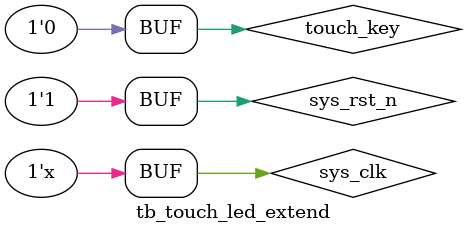
<source format=v>
`timescale 1ns/1ns
module tb_touch_led_extend ();

reg         sys_clk;
reg         sys_rst_n;
reg         touch_key;
wire [1:0]  led;
parameter CNT_COUNT = 25'd250;

initial begin
    sys_clk <= 1'b0;
    sys_rst_n <= 1'b0;
    touch_key <= 1'b0;
    #200
    sys_rst_n <= 1'b1;
    #3000
    touch_key <= 1'b1;
    #2000
    touch_key <= 1'b0;
    #2000
    touch_key <= 1'b1;
    #500
    touch_key <= 1'b0;
end

always #10 sys_clk <= ~sys_clk;

touch_led_extend  #(
    .CNT_COUNT(CNT_COUNT)
    )
u_touch_led_extend(
    .sys_clk  (sys_clk),
    .sys_rst_n(sys_rst_n),
    .touch_key(touch_key),
    .led      (led)    
);     

endmodule
</source>
